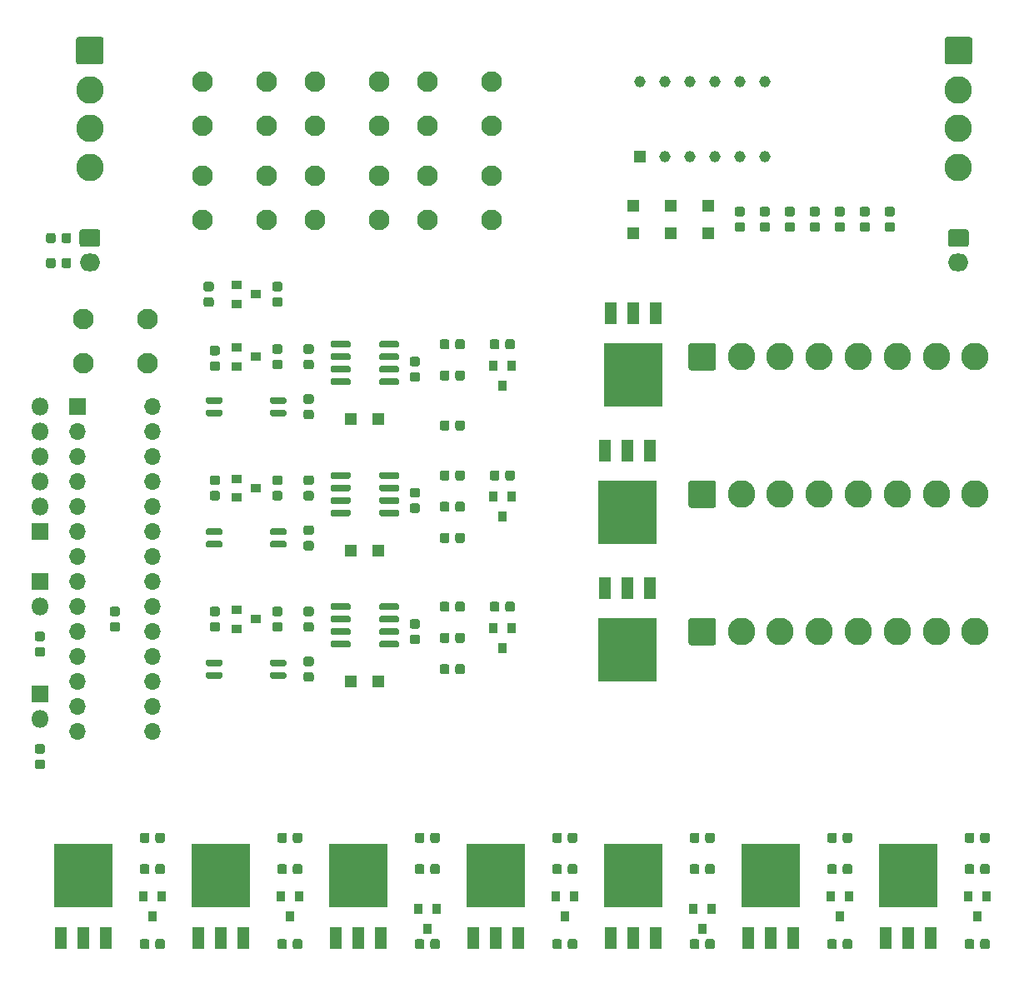
<source format=gbs>
%TF.GenerationSoftware,KiCad,Pcbnew,(5.1.6)-1*%
%TF.CreationDate,2020-09-10T20:04:37+09:00*%
%TF.ProjectId,ScoreBoradPCB,53636f72-6542-46f7-9261-645043422e6b,rev?*%
%TF.SameCoordinates,Original*%
%TF.FileFunction,Soldermask,Bot*%
%TF.FilePolarity,Negative*%
%FSLAX46Y46*%
G04 Gerber Fmt 4.6, Leading zero omitted, Abs format (unit mm)*
G04 Created by KiCad (PCBNEW (5.1.6)-1) date 2020-09-10 20:04:37*
%MOMM*%
%LPD*%
G01*
G04 APERTURE LIST*
%ADD10O,1.800000X1.800000*%
%ADD11R,1.800000X1.800000*%
%ADD12O,1.700000X1.700000*%
%ADD13R,1.700000X1.700000*%
%ADD14C,2.100000*%
%ADD15R,1.000000X0.900000*%
%ADD16R,0.900000X1.000000*%
%ADD17R,5.900000X6.500000*%
%ADD18R,1.300000X2.300000*%
%ADD19O,2.100000X1.800000*%
%ADD20C,2.800000*%
%ADD21C,1.150000*%
%ADD22R,1.150000X1.150000*%
%ADD23R,1.200000X1.200000*%
G04 APERTURE END LIST*
D10*
%TO.C,J8*%
X101600000Y-91440000D03*
X101600000Y-93980000D03*
X101600000Y-96520000D03*
X101600000Y-99060000D03*
X101600000Y-101600000D03*
D11*
X101600000Y-104140000D03*
%TD*%
%TO.C,U7*%
G36*
G01*
X136070000Y-115745000D02*
X136070000Y-115395000D01*
G75*
G02*
X136245000Y-115220000I175000J0D01*
G01*
X137945000Y-115220000D01*
G75*
G02*
X138120000Y-115395000I0J-175000D01*
G01*
X138120000Y-115745000D01*
G75*
G02*
X137945000Y-115920000I-175000J0D01*
G01*
X136245000Y-115920000D01*
G75*
G02*
X136070000Y-115745000I0J175000D01*
G01*
G37*
G36*
G01*
X136070000Y-114475000D02*
X136070000Y-114125000D01*
G75*
G02*
X136245000Y-113950000I175000J0D01*
G01*
X137945000Y-113950000D01*
G75*
G02*
X138120000Y-114125000I0J-175000D01*
G01*
X138120000Y-114475000D01*
G75*
G02*
X137945000Y-114650000I-175000J0D01*
G01*
X136245000Y-114650000D01*
G75*
G02*
X136070000Y-114475000I0J175000D01*
G01*
G37*
G36*
G01*
X136070000Y-113205000D02*
X136070000Y-112855000D01*
G75*
G02*
X136245000Y-112680000I175000J0D01*
G01*
X137945000Y-112680000D01*
G75*
G02*
X138120000Y-112855000I0J-175000D01*
G01*
X138120000Y-113205000D01*
G75*
G02*
X137945000Y-113380000I-175000J0D01*
G01*
X136245000Y-113380000D01*
G75*
G02*
X136070000Y-113205000I0J175000D01*
G01*
G37*
G36*
G01*
X136070000Y-111935000D02*
X136070000Y-111585000D01*
G75*
G02*
X136245000Y-111410000I175000J0D01*
G01*
X137945000Y-111410000D01*
G75*
G02*
X138120000Y-111585000I0J-175000D01*
G01*
X138120000Y-111935000D01*
G75*
G02*
X137945000Y-112110000I-175000J0D01*
G01*
X136245000Y-112110000D01*
G75*
G02*
X136070000Y-111935000I0J175000D01*
G01*
G37*
G36*
G01*
X131120000Y-111935000D02*
X131120000Y-111585000D01*
G75*
G02*
X131295000Y-111410000I175000J0D01*
G01*
X132995000Y-111410000D01*
G75*
G02*
X133170000Y-111585000I0J-175000D01*
G01*
X133170000Y-111935000D01*
G75*
G02*
X132995000Y-112110000I-175000J0D01*
G01*
X131295000Y-112110000D01*
G75*
G02*
X131120000Y-111935000I0J175000D01*
G01*
G37*
G36*
G01*
X131120000Y-113205000D02*
X131120000Y-112855000D01*
G75*
G02*
X131295000Y-112680000I175000J0D01*
G01*
X132995000Y-112680000D01*
G75*
G02*
X133170000Y-112855000I0J-175000D01*
G01*
X133170000Y-113205000D01*
G75*
G02*
X132995000Y-113380000I-175000J0D01*
G01*
X131295000Y-113380000D01*
G75*
G02*
X131120000Y-113205000I0J175000D01*
G01*
G37*
G36*
G01*
X131120000Y-114475000D02*
X131120000Y-114125000D01*
G75*
G02*
X131295000Y-113950000I175000J0D01*
G01*
X132995000Y-113950000D01*
G75*
G02*
X133170000Y-114125000I0J-175000D01*
G01*
X133170000Y-114475000D01*
G75*
G02*
X132995000Y-114650000I-175000J0D01*
G01*
X131295000Y-114650000D01*
G75*
G02*
X131120000Y-114475000I0J175000D01*
G01*
G37*
G36*
G01*
X131120000Y-115745000D02*
X131120000Y-115395000D01*
G75*
G02*
X131295000Y-115220000I175000J0D01*
G01*
X132995000Y-115220000D01*
G75*
G02*
X133170000Y-115395000I0J-175000D01*
G01*
X133170000Y-115745000D01*
G75*
G02*
X132995000Y-115920000I-175000J0D01*
G01*
X131295000Y-115920000D01*
G75*
G02*
X131120000Y-115745000I0J175000D01*
G01*
G37*
%TD*%
%TO.C,U6*%
G36*
G01*
X124955000Y-118907500D02*
X124955000Y-118582500D01*
G75*
G02*
X125117500Y-118420000I162500J0D01*
G01*
X126492500Y-118420000D01*
G75*
G02*
X126655000Y-118582500I0J-162500D01*
G01*
X126655000Y-118907500D01*
G75*
G02*
X126492500Y-119070000I-162500J0D01*
G01*
X125117500Y-119070000D01*
G75*
G02*
X124955000Y-118907500I0J162500D01*
G01*
G37*
G36*
G01*
X124955000Y-117637500D02*
X124955000Y-117312500D01*
G75*
G02*
X125117500Y-117150000I162500J0D01*
G01*
X126492500Y-117150000D01*
G75*
G02*
X126655000Y-117312500I0J-162500D01*
G01*
X126655000Y-117637500D01*
G75*
G02*
X126492500Y-117800000I-162500J0D01*
G01*
X125117500Y-117800000D01*
G75*
G02*
X124955000Y-117637500I0J162500D01*
G01*
G37*
G36*
G01*
X118455000Y-117637500D02*
X118455000Y-117312500D01*
G75*
G02*
X118617500Y-117150000I162500J0D01*
G01*
X119992500Y-117150000D01*
G75*
G02*
X120155000Y-117312500I0J-162500D01*
G01*
X120155000Y-117637500D01*
G75*
G02*
X119992500Y-117800000I-162500J0D01*
G01*
X118617500Y-117800000D01*
G75*
G02*
X118455000Y-117637500I0J162500D01*
G01*
G37*
G36*
G01*
X118455000Y-118907500D02*
X118455000Y-118582500D01*
G75*
G02*
X118617500Y-118420000I162500J0D01*
G01*
X119992500Y-118420000D01*
G75*
G02*
X120155000Y-118582500I0J-162500D01*
G01*
X120155000Y-118907500D01*
G75*
G02*
X119992500Y-119070000I-162500J0D01*
G01*
X118617500Y-119070000D01*
G75*
G02*
X118455000Y-118907500I0J162500D01*
G01*
G37*
%TD*%
%TO.C,U5*%
G36*
G01*
X136070000Y-102410000D02*
X136070000Y-102060000D01*
G75*
G02*
X136245000Y-101885000I175000J0D01*
G01*
X137945000Y-101885000D01*
G75*
G02*
X138120000Y-102060000I0J-175000D01*
G01*
X138120000Y-102410000D01*
G75*
G02*
X137945000Y-102585000I-175000J0D01*
G01*
X136245000Y-102585000D01*
G75*
G02*
X136070000Y-102410000I0J175000D01*
G01*
G37*
G36*
G01*
X136070000Y-101140000D02*
X136070000Y-100790000D01*
G75*
G02*
X136245000Y-100615000I175000J0D01*
G01*
X137945000Y-100615000D01*
G75*
G02*
X138120000Y-100790000I0J-175000D01*
G01*
X138120000Y-101140000D01*
G75*
G02*
X137945000Y-101315000I-175000J0D01*
G01*
X136245000Y-101315000D01*
G75*
G02*
X136070000Y-101140000I0J175000D01*
G01*
G37*
G36*
G01*
X136070000Y-99870000D02*
X136070000Y-99520000D01*
G75*
G02*
X136245000Y-99345000I175000J0D01*
G01*
X137945000Y-99345000D01*
G75*
G02*
X138120000Y-99520000I0J-175000D01*
G01*
X138120000Y-99870000D01*
G75*
G02*
X137945000Y-100045000I-175000J0D01*
G01*
X136245000Y-100045000D01*
G75*
G02*
X136070000Y-99870000I0J175000D01*
G01*
G37*
G36*
G01*
X136070000Y-98600000D02*
X136070000Y-98250000D01*
G75*
G02*
X136245000Y-98075000I175000J0D01*
G01*
X137945000Y-98075000D01*
G75*
G02*
X138120000Y-98250000I0J-175000D01*
G01*
X138120000Y-98600000D01*
G75*
G02*
X137945000Y-98775000I-175000J0D01*
G01*
X136245000Y-98775000D01*
G75*
G02*
X136070000Y-98600000I0J175000D01*
G01*
G37*
G36*
G01*
X131120000Y-98600000D02*
X131120000Y-98250000D01*
G75*
G02*
X131295000Y-98075000I175000J0D01*
G01*
X132995000Y-98075000D01*
G75*
G02*
X133170000Y-98250000I0J-175000D01*
G01*
X133170000Y-98600000D01*
G75*
G02*
X132995000Y-98775000I-175000J0D01*
G01*
X131295000Y-98775000D01*
G75*
G02*
X131120000Y-98600000I0J175000D01*
G01*
G37*
G36*
G01*
X131120000Y-99870000D02*
X131120000Y-99520000D01*
G75*
G02*
X131295000Y-99345000I175000J0D01*
G01*
X132995000Y-99345000D01*
G75*
G02*
X133170000Y-99520000I0J-175000D01*
G01*
X133170000Y-99870000D01*
G75*
G02*
X132995000Y-100045000I-175000J0D01*
G01*
X131295000Y-100045000D01*
G75*
G02*
X131120000Y-99870000I0J175000D01*
G01*
G37*
G36*
G01*
X131120000Y-101140000D02*
X131120000Y-100790000D01*
G75*
G02*
X131295000Y-100615000I175000J0D01*
G01*
X132995000Y-100615000D01*
G75*
G02*
X133170000Y-100790000I0J-175000D01*
G01*
X133170000Y-101140000D01*
G75*
G02*
X132995000Y-101315000I-175000J0D01*
G01*
X131295000Y-101315000D01*
G75*
G02*
X131120000Y-101140000I0J175000D01*
G01*
G37*
G36*
G01*
X131120000Y-102410000D02*
X131120000Y-102060000D01*
G75*
G02*
X131295000Y-101885000I175000J0D01*
G01*
X132995000Y-101885000D01*
G75*
G02*
X133170000Y-102060000I0J-175000D01*
G01*
X133170000Y-102410000D01*
G75*
G02*
X132995000Y-102585000I-175000J0D01*
G01*
X131295000Y-102585000D01*
G75*
G02*
X131120000Y-102410000I0J175000D01*
G01*
G37*
%TD*%
%TO.C,U4*%
G36*
G01*
X124955000Y-105572500D02*
X124955000Y-105247500D01*
G75*
G02*
X125117500Y-105085000I162500J0D01*
G01*
X126492500Y-105085000D01*
G75*
G02*
X126655000Y-105247500I0J-162500D01*
G01*
X126655000Y-105572500D01*
G75*
G02*
X126492500Y-105735000I-162500J0D01*
G01*
X125117500Y-105735000D01*
G75*
G02*
X124955000Y-105572500I0J162500D01*
G01*
G37*
G36*
G01*
X124955000Y-104302500D02*
X124955000Y-103977500D01*
G75*
G02*
X125117500Y-103815000I162500J0D01*
G01*
X126492500Y-103815000D01*
G75*
G02*
X126655000Y-103977500I0J-162500D01*
G01*
X126655000Y-104302500D01*
G75*
G02*
X126492500Y-104465000I-162500J0D01*
G01*
X125117500Y-104465000D01*
G75*
G02*
X124955000Y-104302500I0J162500D01*
G01*
G37*
G36*
G01*
X118455000Y-104302500D02*
X118455000Y-103977500D01*
G75*
G02*
X118617500Y-103815000I162500J0D01*
G01*
X119992500Y-103815000D01*
G75*
G02*
X120155000Y-103977500I0J-162500D01*
G01*
X120155000Y-104302500D01*
G75*
G02*
X119992500Y-104465000I-162500J0D01*
G01*
X118617500Y-104465000D01*
G75*
G02*
X118455000Y-104302500I0J162500D01*
G01*
G37*
G36*
G01*
X118455000Y-105572500D02*
X118455000Y-105247500D01*
G75*
G02*
X118617500Y-105085000I162500J0D01*
G01*
X119992500Y-105085000D01*
G75*
G02*
X120155000Y-105247500I0J-162500D01*
G01*
X120155000Y-105572500D01*
G75*
G02*
X119992500Y-105735000I-162500J0D01*
G01*
X118617500Y-105735000D01*
G75*
G02*
X118455000Y-105572500I0J162500D01*
G01*
G37*
%TD*%
%TO.C,U3*%
G36*
G01*
X136070000Y-89075000D02*
X136070000Y-88725000D01*
G75*
G02*
X136245000Y-88550000I175000J0D01*
G01*
X137945000Y-88550000D01*
G75*
G02*
X138120000Y-88725000I0J-175000D01*
G01*
X138120000Y-89075000D01*
G75*
G02*
X137945000Y-89250000I-175000J0D01*
G01*
X136245000Y-89250000D01*
G75*
G02*
X136070000Y-89075000I0J175000D01*
G01*
G37*
G36*
G01*
X136070000Y-87805000D02*
X136070000Y-87455000D01*
G75*
G02*
X136245000Y-87280000I175000J0D01*
G01*
X137945000Y-87280000D01*
G75*
G02*
X138120000Y-87455000I0J-175000D01*
G01*
X138120000Y-87805000D01*
G75*
G02*
X137945000Y-87980000I-175000J0D01*
G01*
X136245000Y-87980000D01*
G75*
G02*
X136070000Y-87805000I0J175000D01*
G01*
G37*
G36*
G01*
X136070000Y-86535000D02*
X136070000Y-86185000D01*
G75*
G02*
X136245000Y-86010000I175000J0D01*
G01*
X137945000Y-86010000D01*
G75*
G02*
X138120000Y-86185000I0J-175000D01*
G01*
X138120000Y-86535000D01*
G75*
G02*
X137945000Y-86710000I-175000J0D01*
G01*
X136245000Y-86710000D01*
G75*
G02*
X136070000Y-86535000I0J175000D01*
G01*
G37*
G36*
G01*
X136070000Y-85265000D02*
X136070000Y-84915000D01*
G75*
G02*
X136245000Y-84740000I175000J0D01*
G01*
X137945000Y-84740000D01*
G75*
G02*
X138120000Y-84915000I0J-175000D01*
G01*
X138120000Y-85265000D01*
G75*
G02*
X137945000Y-85440000I-175000J0D01*
G01*
X136245000Y-85440000D01*
G75*
G02*
X136070000Y-85265000I0J175000D01*
G01*
G37*
G36*
G01*
X131120000Y-85265000D02*
X131120000Y-84915000D01*
G75*
G02*
X131295000Y-84740000I175000J0D01*
G01*
X132995000Y-84740000D01*
G75*
G02*
X133170000Y-84915000I0J-175000D01*
G01*
X133170000Y-85265000D01*
G75*
G02*
X132995000Y-85440000I-175000J0D01*
G01*
X131295000Y-85440000D01*
G75*
G02*
X131120000Y-85265000I0J175000D01*
G01*
G37*
G36*
G01*
X131120000Y-86535000D02*
X131120000Y-86185000D01*
G75*
G02*
X131295000Y-86010000I175000J0D01*
G01*
X132995000Y-86010000D01*
G75*
G02*
X133170000Y-86185000I0J-175000D01*
G01*
X133170000Y-86535000D01*
G75*
G02*
X132995000Y-86710000I-175000J0D01*
G01*
X131295000Y-86710000D01*
G75*
G02*
X131120000Y-86535000I0J175000D01*
G01*
G37*
G36*
G01*
X131120000Y-87805000D02*
X131120000Y-87455000D01*
G75*
G02*
X131295000Y-87280000I175000J0D01*
G01*
X132995000Y-87280000D01*
G75*
G02*
X133170000Y-87455000I0J-175000D01*
G01*
X133170000Y-87805000D01*
G75*
G02*
X132995000Y-87980000I-175000J0D01*
G01*
X131295000Y-87980000D01*
G75*
G02*
X131120000Y-87805000I0J175000D01*
G01*
G37*
G36*
G01*
X131120000Y-89075000D02*
X131120000Y-88725000D01*
G75*
G02*
X131295000Y-88550000I175000J0D01*
G01*
X132995000Y-88550000D01*
G75*
G02*
X133170000Y-88725000I0J-175000D01*
G01*
X133170000Y-89075000D01*
G75*
G02*
X132995000Y-89250000I-175000J0D01*
G01*
X131295000Y-89250000D01*
G75*
G02*
X131120000Y-89075000I0J175000D01*
G01*
G37*
%TD*%
%TO.C,U2*%
G36*
G01*
X124955000Y-92237500D02*
X124955000Y-91912500D01*
G75*
G02*
X125117500Y-91750000I162500J0D01*
G01*
X126492500Y-91750000D01*
G75*
G02*
X126655000Y-91912500I0J-162500D01*
G01*
X126655000Y-92237500D01*
G75*
G02*
X126492500Y-92400000I-162500J0D01*
G01*
X125117500Y-92400000D01*
G75*
G02*
X124955000Y-92237500I0J162500D01*
G01*
G37*
G36*
G01*
X124955000Y-90967500D02*
X124955000Y-90642500D01*
G75*
G02*
X125117500Y-90480000I162500J0D01*
G01*
X126492500Y-90480000D01*
G75*
G02*
X126655000Y-90642500I0J-162500D01*
G01*
X126655000Y-90967500D01*
G75*
G02*
X126492500Y-91130000I-162500J0D01*
G01*
X125117500Y-91130000D01*
G75*
G02*
X124955000Y-90967500I0J162500D01*
G01*
G37*
G36*
G01*
X118455000Y-90967500D02*
X118455000Y-90642500D01*
G75*
G02*
X118617500Y-90480000I162500J0D01*
G01*
X119992500Y-90480000D01*
G75*
G02*
X120155000Y-90642500I0J-162500D01*
G01*
X120155000Y-90967500D01*
G75*
G02*
X119992500Y-91130000I-162500J0D01*
G01*
X118617500Y-91130000D01*
G75*
G02*
X118455000Y-90967500I0J162500D01*
G01*
G37*
G36*
G01*
X118455000Y-92237500D02*
X118455000Y-91912500D01*
G75*
G02*
X118617500Y-91750000I162500J0D01*
G01*
X119992500Y-91750000D01*
G75*
G02*
X120155000Y-91912500I0J-162500D01*
G01*
X120155000Y-92237500D01*
G75*
G02*
X119992500Y-92400000I-162500J0D01*
G01*
X118617500Y-92400000D01*
G75*
G02*
X118455000Y-92237500I0J162500D01*
G01*
G37*
%TD*%
D12*
%TO.C,U1*%
X113030000Y-91440000D03*
X105410000Y-124460000D03*
X113030000Y-93980000D03*
X105410000Y-121920000D03*
X113030000Y-96520000D03*
X105410000Y-119380000D03*
X113030000Y-99060000D03*
X105410000Y-116840000D03*
X113030000Y-101600000D03*
X105410000Y-114300000D03*
X113030000Y-104140000D03*
X105410000Y-111760000D03*
X113030000Y-106680000D03*
X105410000Y-109220000D03*
X113030000Y-109220000D03*
X105410000Y-106680000D03*
X113030000Y-111760000D03*
X105410000Y-104140000D03*
X113030000Y-114300000D03*
X105410000Y-101600000D03*
X113030000Y-116840000D03*
X105410000Y-99060000D03*
X113030000Y-119380000D03*
X105410000Y-96520000D03*
X113030000Y-121920000D03*
X105410000Y-93980000D03*
X113030000Y-124460000D03*
D13*
X105410000Y-91440000D03*
%TD*%
D14*
%TO.C,SW7*%
X112545000Y-82550000D03*
X112545000Y-87050000D03*
X106045000Y-82550000D03*
X106045000Y-87050000D03*
%TD*%
%TO.C,SW6*%
X147470000Y-58420000D03*
X147470000Y-62920000D03*
X140970000Y-58420000D03*
X140970000Y-62920000D03*
%TD*%
%TO.C,SW5*%
X147470000Y-67945000D03*
X147470000Y-72445000D03*
X140970000Y-67945000D03*
X140970000Y-72445000D03*
%TD*%
%TO.C,SW4*%
X136040000Y-58420000D03*
X136040000Y-62920000D03*
X129540000Y-58420000D03*
X129540000Y-62920000D03*
%TD*%
%TO.C,SW3*%
X136040000Y-67945000D03*
X136040000Y-72445000D03*
X129540000Y-67945000D03*
X129540000Y-72445000D03*
%TD*%
%TO.C,SW2*%
X124610000Y-58420000D03*
X124610000Y-62920000D03*
X118110000Y-58420000D03*
X118110000Y-62920000D03*
%TD*%
%TO.C,SW1*%
X124610000Y-67945000D03*
X124610000Y-72445000D03*
X118110000Y-67945000D03*
X118110000Y-72445000D03*
%TD*%
%TO.C,R61*%
G36*
G01*
X103805000Y-77116250D02*
X103805000Y-76553750D01*
G75*
G02*
X104048750Y-76310000I243750J0D01*
G01*
X104536250Y-76310000D01*
G75*
G02*
X104780000Y-76553750I0J-243750D01*
G01*
X104780000Y-77116250D01*
G75*
G02*
X104536250Y-77360000I-243750J0D01*
G01*
X104048750Y-77360000D01*
G75*
G02*
X103805000Y-77116250I0J243750D01*
G01*
G37*
G36*
G01*
X102230000Y-77116250D02*
X102230000Y-76553750D01*
G75*
G02*
X102473750Y-76310000I243750J0D01*
G01*
X102961250Y-76310000D01*
G75*
G02*
X103205000Y-76553750I0J-243750D01*
G01*
X103205000Y-77116250D01*
G75*
G02*
X102961250Y-77360000I-243750J0D01*
G01*
X102473750Y-77360000D01*
G75*
G02*
X102230000Y-77116250I0J243750D01*
G01*
G37*
%TD*%
%TO.C,R60*%
G36*
G01*
X103805000Y-74576250D02*
X103805000Y-74013750D01*
G75*
G02*
X104048750Y-73770000I243750J0D01*
G01*
X104536250Y-73770000D01*
G75*
G02*
X104780000Y-74013750I0J-243750D01*
G01*
X104780000Y-74576250D01*
G75*
G02*
X104536250Y-74820000I-243750J0D01*
G01*
X104048750Y-74820000D01*
G75*
G02*
X103805000Y-74576250I0J243750D01*
G01*
G37*
G36*
G01*
X102230000Y-74576250D02*
X102230000Y-74013750D01*
G75*
G02*
X102473750Y-73770000I243750J0D01*
G01*
X102961250Y-73770000D01*
G75*
G02*
X103205000Y-74013750I0J-243750D01*
G01*
X103205000Y-74576250D01*
G75*
G02*
X102961250Y-74820000I-243750J0D01*
G01*
X102473750Y-74820000D01*
G75*
G02*
X102230000Y-74576250I0J243750D01*
G01*
G37*
%TD*%
%TO.C,R59*%
G36*
G01*
X101318750Y-127300000D02*
X101881250Y-127300000D01*
G75*
G02*
X102125000Y-127543750I0J-243750D01*
G01*
X102125000Y-128031250D01*
G75*
G02*
X101881250Y-128275000I-243750J0D01*
G01*
X101318750Y-128275000D01*
G75*
G02*
X101075000Y-128031250I0J243750D01*
G01*
X101075000Y-127543750D01*
G75*
G02*
X101318750Y-127300000I243750J0D01*
G01*
G37*
G36*
G01*
X101318750Y-125725000D02*
X101881250Y-125725000D01*
G75*
G02*
X102125000Y-125968750I0J-243750D01*
G01*
X102125000Y-126456250D01*
G75*
G02*
X101881250Y-126700000I-243750J0D01*
G01*
X101318750Y-126700000D01*
G75*
G02*
X101075000Y-126456250I0J243750D01*
G01*
X101075000Y-125968750D01*
G75*
G02*
X101318750Y-125725000I243750J0D01*
G01*
G37*
%TD*%
%TO.C,R58*%
G36*
G01*
X101318750Y-115870000D02*
X101881250Y-115870000D01*
G75*
G02*
X102125000Y-116113750I0J-243750D01*
G01*
X102125000Y-116601250D01*
G75*
G02*
X101881250Y-116845000I-243750J0D01*
G01*
X101318750Y-116845000D01*
G75*
G02*
X101075000Y-116601250I0J243750D01*
G01*
X101075000Y-116113750D01*
G75*
G02*
X101318750Y-115870000I243750J0D01*
G01*
G37*
G36*
G01*
X101318750Y-114295000D02*
X101881250Y-114295000D01*
G75*
G02*
X102125000Y-114538750I0J-243750D01*
G01*
X102125000Y-115026250D01*
G75*
G02*
X101881250Y-115270000I-243750J0D01*
G01*
X101318750Y-115270000D01*
G75*
G02*
X101075000Y-115026250I0J243750D01*
G01*
X101075000Y-114538750D01*
G75*
G02*
X101318750Y-114295000I243750J0D01*
G01*
G37*
%TD*%
%TO.C,R57*%
G36*
G01*
X172438750Y-72690000D02*
X173001250Y-72690000D01*
G75*
G02*
X173245000Y-72933750I0J-243750D01*
G01*
X173245000Y-73421250D01*
G75*
G02*
X173001250Y-73665000I-243750J0D01*
G01*
X172438750Y-73665000D01*
G75*
G02*
X172195000Y-73421250I0J243750D01*
G01*
X172195000Y-72933750D01*
G75*
G02*
X172438750Y-72690000I243750J0D01*
G01*
G37*
G36*
G01*
X172438750Y-71115000D02*
X173001250Y-71115000D01*
G75*
G02*
X173245000Y-71358750I0J-243750D01*
G01*
X173245000Y-71846250D01*
G75*
G02*
X173001250Y-72090000I-243750J0D01*
G01*
X172438750Y-72090000D01*
G75*
G02*
X172195000Y-71846250I0J243750D01*
G01*
X172195000Y-71358750D01*
G75*
G02*
X172438750Y-71115000I243750J0D01*
G01*
G37*
%TD*%
%TO.C,R56*%
G36*
G01*
X185138750Y-72690000D02*
X185701250Y-72690000D01*
G75*
G02*
X185945000Y-72933750I0J-243750D01*
G01*
X185945000Y-73421250D01*
G75*
G02*
X185701250Y-73665000I-243750J0D01*
G01*
X185138750Y-73665000D01*
G75*
G02*
X184895000Y-73421250I0J243750D01*
G01*
X184895000Y-72933750D01*
G75*
G02*
X185138750Y-72690000I243750J0D01*
G01*
G37*
G36*
G01*
X185138750Y-71115000D02*
X185701250Y-71115000D01*
G75*
G02*
X185945000Y-71358750I0J-243750D01*
G01*
X185945000Y-71846250D01*
G75*
G02*
X185701250Y-72090000I-243750J0D01*
G01*
X185138750Y-72090000D01*
G75*
G02*
X184895000Y-71846250I0J243750D01*
G01*
X184895000Y-71358750D01*
G75*
G02*
X185138750Y-71115000I243750J0D01*
G01*
G37*
%TD*%
%TO.C,R55*%
G36*
G01*
X174978750Y-72690000D02*
X175541250Y-72690000D01*
G75*
G02*
X175785000Y-72933750I0J-243750D01*
G01*
X175785000Y-73421250D01*
G75*
G02*
X175541250Y-73665000I-243750J0D01*
G01*
X174978750Y-73665000D01*
G75*
G02*
X174735000Y-73421250I0J243750D01*
G01*
X174735000Y-72933750D01*
G75*
G02*
X174978750Y-72690000I243750J0D01*
G01*
G37*
G36*
G01*
X174978750Y-71115000D02*
X175541250Y-71115000D01*
G75*
G02*
X175785000Y-71358750I0J-243750D01*
G01*
X175785000Y-71846250D01*
G75*
G02*
X175541250Y-72090000I-243750J0D01*
G01*
X174978750Y-72090000D01*
G75*
G02*
X174735000Y-71846250I0J243750D01*
G01*
X174735000Y-71358750D01*
G75*
G02*
X174978750Y-71115000I243750J0D01*
G01*
G37*
%TD*%
%TO.C,R54*%
G36*
G01*
X187678750Y-72690000D02*
X188241250Y-72690000D01*
G75*
G02*
X188485000Y-72933750I0J-243750D01*
G01*
X188485000Y-73421250D01*
G75*
G02*
X188241250Y-73665000I-243750J0D01*
G01*
X187678750Y-73665000D01*
G75*
G02*
X187435000Y-73421250I0J243750D01*
G01*
X187435000Y-72933750D01*
G75*
G02*
X187678750Y-72690000I243750J0D01*
G01*
G37*
G36*
G01*
X187678750Y-71115000D02*
X188241250Y-71115000D01*
G75*
G02*
X188485000Y-71358750I0J-243750D01*
G01*
X188485000Y-71846250D01*
G75*
G02*
X188241250Y-72090000I-243750J0D01*
G01*
X187678750Y-72090000D01*
G75*
G02*
X187435000Y-71846250I0J243750D01*
G01*
X187435000Y-71358750D01*
G75*
G02*
X187678750Y-71115000I243750J0D01*
G01*
G37*
%TD*%
%TO.C,R53*%
G36*
G01*
X177518750Y-72690000D02*
X178081250Y-72690000D01*
G75*
G02*
X178325000Y-72933750I0J-243750D01*
G01*
X178325000Y-73421250D01*
G75*
G02*
X178081250Y-73665000I-243750J0D01*
G01*
X177518750Y-73665000D01*
G75*
G02*
X177275000Y-73421250I0J243750D01*
G01*
X177275000Y-72933750D01*
G75*
G02*
X177518750Y-72690000I243750J0D01*
G01*
G37*
G36*
G01*
X177518750Y-71115000D02*
X178081250Y-71115000D01*
G75*
G02*
X178325000Y-71358750I0J-243750D01*
G01*
X178325000Y-71846250D01*
G75*
G02*
X178081250Y-72090000I-243750J0D01*
G01*
X177518750Y-72090000D01*
G75*
G02*
X177275000Y-71846250I0J243750D01*
G01*
X177275000Y-71358750D01*
G75*
G02*
X177518750Y-71115000I243750J0D01*
G01*
G37*
%TD*%
%TO.C,R52*%
G36*
G01*
X180058750Y-72690000D02*
X180621250Y-72690000D01*
G75*
G02*
X180865000Y-72933750I0J-243750D01*
G01*
X180865000Y-73421250D01*
G75*
G02*
X180621250Y-73665000I-243750J0D01*
G01*
X180058750Y-73665000D01*
G75*
G02*
X179815000Y-73421250I0J243750D01*
G01*
X179815000Y-72933750D01*
G75*
G02*
X180058750Y-72690000I243750J0D01*
G01*
G37*
G36*
G01*
X180058750Y-71115000D02*
X180621250Y-71115000D01*
G75*
G02*
X180865000Y-71358750I0J-243750D01*
G01*
X180865000Y-71846250D01*
G75*
G02*
X180621250Y-72090000I-243750J0D01*
G01*
X180058750Y-72090000D01*
G75*
G02*
X179815000Y-71846250I0J243750D01*
G01*
X179815000Y-71358750D01*
G75*
G02*
X180058750Y-71115000I243750J0D01*
G01*
G37*
%TD*%
%TO.C,R51*%
G36*
G01*
X182598750Y-72690000D02*
X183161250Y-72690000D01*
G75*
G02*
X183405000Y-72933750I0J-243750D01*
G01*
X183405000Y-73421250D01*
G75*
G02*
X183161250Y-73665000I-243750J0D01*
G01*
X182598750Y-73665000D01*
G75*
G02*
X182355000Y-73421250I0J243750D01*
G01*
X182355000Y-72933750D01*
G75*
G02*
X182598750Y-72690000I243750J0D01*
G01*
G37*
G36*
G01*
X182598750Y-71115000D02*
X183161250Y-71115000D01*
G75*
G02*
X183405000Y-71358750I0J-243750D01*
G01*
X183405000Y-71846250D01*
G75*
G02*
X183161250Y-72090000I-243750J0D01*
G01*
X182598750Y-72090000D01*
G75*
G02*
X182355000Y-71846250I0J243750D01*
G01*
X182355000Y-71358750D01*
G75*
G02*
X182598750Y-71115000I243750J0D01*
G01*
G37*
%TD*%
%TO.C,R63*%
G36*
G01*
X126011250Y-79710000D02*
X125448750Y-79710000D01*
G75*
G02*
X125205000Y-79466250I0J243750D01*
G01*
X125205000Y-78978750D01*
G75*
G02*
X125448750Y-78735000I243750J0D01*
G01*
X126011250Y-78735000D01*
G75*
G02*
X126255000Y-78978750I0J-243750D01*
G01*
X126255000Y-79466250D01*
G75*
G02*
X126011250Y-79710000I-243750J0D01*
G01*
G37*
G36*
G01*
X126011250Y-81285000D02*
X125448750Y-81285000D01*
G75*
G02*
X125205000Y-81041250I0J243750D01*
G01*
X125205000Y-80553750D01*
G75*
G02*
X125448750Y-80310000I243750J0D01*
G01*
X126011250Y-80310000D01*
G75*
G02*
X126255000Y-80553750I0J-243750D01*
G01*
X126255000Y-81041250D01*
G75*
G02*
X126011250Y-81285000I-243750J0D01*
G01*
G37*
%TD*%
%TO.C,R62*%
G36*
G01*
X119026250Y-79710000D02*
X118463750Y-79710000D01*
G75*
G02*
X118220000Y-79466250I0J243750D01*
G01*
X118220000Y-78978750D01*
G75*
G02*
X118463750Y-78735000I243750J0D01*
G01*
X119026250Y-78735000D01*
G75*
G02*
X119270000Y-78978750I0J-243750D01*
G01*
X119270000Y-79466250D01*
G75*
G02*
X119026250Y-79710000I-243750J0D01*
G01*
G37*
G36*
G01*
X119026250Y-81285000D02*
X118463750Y-81285000D01*
G75*
G02*
X118220000Y-81041250I0J243750D01*
G01*
X118220000Y-80553750D01*
G75*
G02*
X118463750Y-80310000I243750J0D01*
G01*
X119026250Y-80310000D01*
G75*
G02*
X119270000Y-80553750I0J-243750D01*
G01*
X119270000Y-81041250D01*
G75*
G02*
X119026250Y-81285000I-243750J0D01*
G01*
G37*
%TD*%
%TO.C,R42*%
G36*
G01*
X148290000Y-111478750D02*
X148290000Y-112041250D01*
G75*
G02*
X148046250Y-112285000I-243750J0D01*
G01*
X147558750Y-112285000D01*
G75*
G02*
X147315000Y-112041250I0J243750D01*
G01*
X147315000Y-111478750D01*
G75*
G02*
X147558750Y-111235000I243750J0D01*
G01*
X148046250Y-111235000D01*
G75*
G02*
X148290000Y-111478750I0J-243750D01*
G01*
G37*
G36*
G01*
X149865000Y-111478750D02*
X149865000Y-112041250D01*
G75*
G02*
X149621250Y-112285000I-243750J0D01*
G01*
X149133750Y-112285000D01*
G75*
G02*
X148890000Y-112041250I0J243750D01*
G01*
X148890000Y-111478750D01*
G75*
G02*
X149133750Y-111235000I243750J0D01*
G01*
X149621250Y-111235000D01*
G75*
G02*
X149865000Y-111478750I0J-243750D01*
G01*
G37*
%TD*%
%TO.C,R41*%
G36*
G01*
X143210000Y-114653750D02*
X143210000Y-115216250D01*
G75*
G02*
X142966250Y-115460000I-243750J0D01*
G01*
X142478750Y-115460000D01*
G75*
G02*
X142235000Y-115216250I0J243750D01*
G01*
X142235000Y-114653750D01*
G75*
G02*
X142478750Y-114410000I243750J0D01*
G01*
X142966250Y-114410000D01*
G75*
G02*
X143210000Y-114653750I0J-243750D01*
G01*
G37*
G36*
G01*
X144785000Y-114653750D02*
X144785000Y-115216250D01*
G75*
G02*
X144541250Y-115460000I-243750J0D01*
G01*
X144053750Y-115460000D01*
G75*
G02*
X143810000Y-115216250I0J243750D01*
G01*
X143810000Y-114653750D01*
G75*
G02*
X144053750Y-114410000I243750J0D01*
G01*
X144541250Y-114410000D01*
G75*
G02*
X144785000Y-114653750I0J-243750D01*
G01*
G37*
%TD*%
%TO.C,R40*%
G36*
G01*
X143210000Y-111478750D02*
X143210000Y-112041250D01*
G75*
G02*
X142966250Y-112285000I-243750J0D01*
G01*
X142478750Y-112285000D01*
G75*
G02*
X142235000Y-112041250I0J243750D01*
G01*
X142235000Y-111478750D01*
G75*
G02*
X142478750Y-111235000I243750J0D01*
G01*
X142966250Y-111235000D01*
G75*
G02*
X143210000Y-111478750I0J-243750D01*
G01*
G37*
G36*
G01*
X144785000Y-111478750D02*
X144785000Y-112041250D01*
G75*
G02*
X144541250Y-112285000I-243750J0D01*
G01*
X144053750Y-112285000D01*
G75*
G02*
X143810000Y-112041250I0J243750D01*
G01*
X143810000Y-111478750D01*
G75*
G02*
X144053750Y-111235000I243750J0D01*
G01*
X144541250Y-111235000D01*
G75*
G02*
X144785000Y-111478750I0J-243750D01*
G01*
G37*
%TD*%
%TO.C,R39*%
G36*
G01*
X143210000Y-117828750D02*
X143210000Y-118391250D01*
G75*
G02*
X142966250Y-118635000I-243750J0D01*
G01*
X142478750Y-118635000D01*
G75*
G02*
X142235000Y-118391250I0J243750D01*
G01*
X142235000Y-117828750D01*
G75*
G02*
X142478750Y-117585000I243750J0D01*
G01*
X142966250Y-117585000D01*
G75*
G02*
X143210000Y-117828750I0J-243750D01*
G01*
G37*
G36*
G01*
X144785000Y-117828750D02*
X144785000Y-118391250D01*
G75*
G02*
X144541250Y-118635000I-243750J0D01*
G01*
X144053750Y-118635000D01*
G75*
G02*
X143810000Y-118391250I0J243750D01*
G01*
X143810000Y-117828750D01*
G75*
G02*
X144053750Y-117585000I243750J0D01*
G01*
X144541250Y-117585000D01*
G75*
G02*
X144785000Y-117828750I0J-243750D01*
G01*
G37*
%TD*%
%TO.C,R38*%
G36*
G01*
X129186250Y-112730000D02*
X128623750Y-112730000D01*
G75*
G02*
X128380000Y-112486250I0J243750D01*
G01*
X128380000Y-111998750D01*
G75*
G02*
X128623750Y-111755000I243750J0D01*
G01*
X129186250Y-111755000D01*
G75*
G02*
X129430000Y-111998750I0J-243750D01*
G01*
X129430000Y-112486250D01*
G75*
G02*
X129186250Y-112730000I-243750J0D01*
G01*
G37*
G36*
G01*
X129186250Y-114305000D02*
X128623750Y-114305000D01*
G75*
G02*
X128380000Y-114061250I0J243750D01*
G01*
X128380000Y-113573750D01*
G75*
G02*
X128623750Y-113330000I243750J0D01*
G01*
X129186250Y-113330000D01*
G75*
G02*
X129430000Y-113573750I0J-243750D01*
G01*
X129430000Y-114061250D01*
G75*
G02*
X129186250Y-114305000I-243750J0D01*
G01*
G37*
%TD*%
%TO.C,R37*%
G36*
G01*
X126011250Y-112730000D02*
X125448750Y-112730000D01*
G75*
G02*
X125205000Y-112486250I0J243750D01*
G01*
X125205000Y-111998750D01*
G75*
G02*
X125448750Y-111755000I243750J0D01*
G01*
X126011250Y-111755000D01*
G75*
G02*
X126255000Y-111998750I0J-243750D01*
G01*
X126255000Y-112486250D01*
G75*
G02*
X126011250Y-112730000I-243750J0D01*
G01*
G37*
G36*
G01*
X126011250Y-114305000D02*
X125448750Y-114305000D01*
G75*
G02*
X125205000Y-114061250I0J243750D01*
G01*
X125205000Y-113573750D01*
G75*
G02*
X125448750Y-113330000I243750J0D01*
G01*
X126011250Y-113330000D01*
G75*
G02*
X126255000Y-113573750I0J-243750D01*
G01*
X126255000Y-114061250D01*
G75*
G02*
X126011250Y-114305000I-243750J0D01*
G01*
G37*
%TD*%
%TO.C,R36*%
G36*
G01*
X119098750Y-113330000D02*
X119661250Y-113330000D01*
G75*
G02*
X119905000Y-113573750I0J-243750D01*
G01*
X119905000Y-114061250D01*
G75*
G02*
X119661250Y-114305000I-243750J0D01*
G01*
X119098750Y-114305000D01*
G75*
G02*
X118855000Y-114061250I0J243750D01*
G01*
X118855000Y-113573750D01*
G75*
G02*
X119098750Y-113330000I243750J0D01*
G01*
G37*
G36*
G01*
X119098750Y-111755000D02*
X119661250Y-111755000D01*
G75*
G02*
X119905000Y-111998750I0J-243750D01*
G01*
X119905000Y-112486250D01*
G75*
G02*
X119661250Y-112730000I-243750J0D01*
G01*
X119098750Y-112730000D01*
G75*
G02*
X118855000Y-112486250I0J243750D01*
G01*
X118855000Y-111998750D01*
G75*
G02*
X119098750Y-111755000I243750J0D01*
G01*
G37*
%TD*%
%TO.C,R35*%
G36*
G01*
X148290000Y-98143750D02*
X148290000Y-98706250D01*
G75*
G02*
X148046250Y-98950000I-243750J0D01*
G01*
X147558750Y-98950000D01*
G75*
G02*
X147315000Y-98706250I0J243750D01*
G01*
X147315000Y-98143750D01*
G75*
G02*
X147558750Y-97900000I243750J0D01*
G01*
X148046250Y-97900000D01*
G75*
G02*
X148290000Y-98143750I0J-243750D01*
G01*
G37*
G36*
G01*
X149865000Y-98143750D02*
X149865000Y-98706250D01*
G75*
G02*
X149621250Y-98950000I-243750J0D01*
G01*
X149133750Y-98950000D01*
G75*
G02*
X148890000Y-98706250I0J243750D01*
G01*
X148890000Y-98143750D01*
G75*
G02*
X149133750Y-97900000I243750J0D01*
G01*
X149621250Y-97900000D01*
G75*
G02*
X149865000Y-98143750I0J-243750D01*
G01*
G37*
%TD*%
%TO.C,R34*%
G36*
G01*
X143210000Y-101318750D02*
X143210000Y-101881250D01*
G75*
G02*
X142966250Y-102125000I-243750J0D01*
G01*
X142478750Y-102125000D01*
G75*
G02*
X142235000Y-101881250I0J243750D01*
G01*
X142235000Y-101318750D01*
G75*
G02*
X142478750Y-101075000I243750J0D01*
G01*
X142966250Y-101075000D01*
G75*
G02*
X143210000Y-101318750I0J-243750D01*
G01*
G37*
G36*
G01*
X144785000Y-101318750D02*
X144785000Y-101881250D01*
G75*
G02*
X144541250Y-102125000I-243750J0D01*
G01*
X144053750Y-102125000D01*
G75*
G02*
X143810000Y-101881250I0J243750D01*
G01*
X143810000Y-101318750D01*
G75*
G02*
X144053750Y-101075000I243750J0D01*
G01*
X144541250Y-101075000D01*
G75*
G02*
X144785000Y-101318750I0J-243750D01*
G01*
G37*
%TD*%
%TO.C,R33*%
G36*
G01*
X143210000Y-98143750D02*
X143210000Y-98706250D01*
G75*
G02*
X142966250Y-98950000I-243750J0D01*
G01*
X142478750Y-98950000D01*
G75*
G02*
X142235000Y-98706250I0J243750D01*
G01*
X142235000Y-98143750D01*
G75*
G02*
X142478750Y-97900000I243750J0D01*
G01*
X142966250Y-97900000D01*
G75*
G02*
X143210000Y-98143750I0J-243750D01*
G01*
G37*
G36*
G01*
X144785000Y-98143750D02*
X144785000Y-98706250D01*
G75*
G02*
X144541250Y-98950000I-243750J0D01*
G01*
X144053750Y-98950000D01*
G75*
G02*
X143810000Y-98706250I0J243750D01*
G01*
X143810000Y-98143750D01*
G75*
G02*
X144053750Y-97900000I243750J0D01*
G01*
X144541250Y-97900000D01*
G75*
G02*
X144785000Y-98143750I0J-243750D01*
G01*
G37*
%TD*%
%TO.C,R32*%
G36*
G01*
X143210000Y-104493750D02*
X143210000Y-105056250D01*
G75*
G02*
X142966250Y-105300000I-243750J0D01*
G01*
X142478750Y-105300000D01*
G75*
G02*
X142235000Y-105056250I0J243750D01*
G01*
X142235000Y-104493750D01*
G75*
G02*
X142478750Y-104250000I243750J0D01*
G01*
X142966250Y-104250000D01*
G75*
G02*
X143210000Y-104493750I0J-243750D01*
G01*
G37*
G36*
G01*
X144785000Y-104493750D02*
X144785000Y-105056250D01*
G75*
G02*
X144541250Y-105300000I-243750J0D01*
G01*
X144053750Y-105300000D01*
G75*
G02*
X143810000Y-105056250I0J243750D01*
G01*
X143810000Y-104493750D01*
G75*
G02*
X144053750Y-104250000I243750J0D01*
G01*
X144541250Y-104250000D01*
G75*
G02*
X144785000Y-104493750I0J-243750D01*
G01*
G37*
%TD*%
%TO.C,R31*%
G36*
G01*
X129186250Y-99395000D02*
X128623750Y-99395000D01*
G75*
G02*
X128380000Y-99151250I0J243750D01*
G01*
X128380000Y-98663750D01*
G75*
G02*
X128623750Y-98420000I243750J0D01*
G01*
X129186250Y-98420000D01*
G75*
G02*
X129430000Y-98663750I0J-243750D01*
G01*
X129430000Y-99151250D01*
G75*
G02*
X129186250Y-99395000I-243750J0D01*
G01*
G37*
G36*
G01*
X129186250Y-100970000D02*
X128623750Y-100970000D01*
G75*
G02*
X128380000Y-100726250I0J243750D01*
G01*
X128380000Y-100238750D01*
G75*
G02*
X128623750Y-99995000I243750J0D01*
G01*
X129186250Y-99995000D01*
G75*
G02*
X129430000Y-100238750I0J-243750D01*
G01*
X129430000Y-100726250D01*
G75*
G02*
X129186250Y-100970000I-243750J0D01*
G01*
G37*
%TD*%
%TO.C,R30*%
G36*
G01*
X126011250Y-99395000D02*
X125448750Y-99395000D01*
G75*
G02*
X125205000Y-99151250I0J243750D01*
G01*
X125205000Y-98663750D01*
G75*
G02*
X125448750Y-98420000I243750J0D01*
G01*
X126011250Y-98420000D01*
G75*
G02*
X126255000Y-98663750I0J-243750D01*
G01*
X126255000Y-99151250D01*
G75*
G02*
X126011250Y-99395000I-243750J0D01*
G01*
G37*
G36*
G01*
X126011250Y-100970000D02*
X125448750Y-100970000D01*
G75*
G02*
X125205000Y-100726250I0J243750D01*
G01*
X125205000Y-100238750D01*
G75*
G02*
X125448750Y-99995000I243750J0D01*
G01*
X126011250Y-99995000D01*
G75*
G02*
X126255000Y-100238750I0J-243750D01*
G01*
X126255000Y-100726250D01*
G75*
G02*
X126011250Y-100970000I-243750J0D01*
G01*
G37*
%TD*%
%TO.C,R29*%
G36*
G01*
X119098750Y-99995000D02*
X119661250Y-99995000D01*
G75*
G02*
X119905000Y-100238750I0J-243750D01*
G01*
X119905000Y-100726250D01*
G75*
G02*
X119661250Y-100970000I-243750J0D01*
G01*
X119098750Y-100970000D01*
G75*
G02*
X118855000Y-100726250I0J243750D01*
G01*
X118855000Y-100238750D01*
G75*
G02*
X119098750Y-99995000I243750J0D01*
G01*
G37*
G36*
G01*
X119098750Y-98420000D02*
X119661250Y-98420000D01*
G75*
G02*
X119905000Y-98663750I0J-243750D01*
G01*
X119905000Y-99151250D01*
G75*
G02*
X119661250Y-99395000I-243750J0D01*
G01*
X119098750Y-99395000D01*
G75*
G02*
X118855000Y-99151250I0J243750D01*
G01*
X118855000Y-98663750D01*
G75*
G02*
X119098750Y-98420000I243750J0D01*
G01*
G37*
%TD*%
%TO.C,R28*%
G36*
G01*
X148290000Y-84808750D02*
X148290000Y-85371250D01*
G75*
G02*
X148046250Y-85615000I-243750J0D01*
G01*
X147558750Y-85615000D01*
G75*
G02*
X147315000Y-85371250I0J243750D01*
G01*
X147315000Y-84808750D01*
G75*
G02*
X147558750Y-84565000I243750J0D01*
G01*
X148046250Y-84565000D01*
G75*
G02*
X148290000Y-84808750I0J-243750D01*
G01*
G37*
G36*
G01*
X149865000Y-84808750D02*
X149865000Y-85371250D01*
G75*
G02*
X149621250Y-85615000I-243750J0D01*
G01*
X149133750Y-85615000D01*
G75*
G02*
X148890000Y-85371250I0J243750D01*
G01*
X148890000Y-84808750D01*
G75*
G02*
X149133750Y-84565000I243750J0D01*
G01*
X149621250Y-84565000D01*
G75*
G02*
X149865000Y-84808750I0J-243750D01*
G01*
G37*
%TD*%
%TO.C,R27*%
G36*
G01*
X143210000Y-87983750D02*
X143210000Y-88546250D01*
G75*
G02*
X142966250Y-88790000I-243750J0D01*
G01*
X142478750Y-88790000D01*
G75*
G02*
X142235000Y-88546250I0J243750D01*
G01*
X142235000Y-87983750D01*
G75*
G02*
X142478750Y-87740000I243750J0D01*
G01*
X142966250Y-87740000D01*
G75*
G02*
X143210000Y-87983750I0J-243750D01*
G01*
G37*
G36*
G01*
X144785000Y-87983750D02*
X144785000Y-88546250D01*
G75*
G02*
X144541250Y-88790000I-243750J0D01*
G01*
X144053750Y-88790000D01*
G75*
G02*
X143810000Y-88546250I0J243750D01*
G01*
X143810000Y-87983750D01*
G75*
G02*
X144053750Y-87740000I243750J0D01*
G01*
X144541250Y-87740000D01*
G75*
G02*
X144785000Y-87983750I0J-243750D01*
G01*
G37*
%TD*%
%TO.C,R26*%
G36*
G01*
X143210000Y-84808750D02*
X143210000Y-85371250D01*
G75*
G02*
X142966250Y-85615000I-243750J0D01*
G01*
X142478750Y-85615000D01*
G75*
G02*
X142235000Y-85371250I0J243750D01*
G01*
X142235000Y-84808750D01*
G75*
G02*
X142478750Y-84565000I243750J0D01*
G01*
X142966250Y-84565000D01*
G75*
G02*
X143210000Y-84808750I0J-243750D01*
G01*
G37*
G36*
G01*
X144785000Y-84808750D02*
X144785000Y-85371250D01*
G75*
G02*
X144541250Y-85615000I-243750J0D01*
G01*
X144053750Y-85615000D01*
G75*
G02*
X143810000Y-85371250I0J243750D01*
G01*
X143810000Y-84808750D01*
G75*
G02*
X144053750Y-84565000I243750J0D01*
G01*
X144541250Y-84565000D01*
G75*
G02*
X144785000Y-84808750I0J-243750D01*
G01*
G37*
%TD*%
%TO.C,R25*%
G36*
G01*
X143210000Y-93063750D02*
X143210000Y-93626250D01*
G75*
G02*
X142966250Y-93870000I-243750J0D01*
G01*
X142478750Y-93870000D01*
G75*
G02*
X142235000Y-93626250I0J243750D01*
G01*
X142235000Y-93063750D01*
G75*
G02*
X142478750Y-92820000I243750J0D01*
G01*
X142966250Y-92820000D01*
G75*
G02*
X143210000Y-93063750I0J-243750D01*
G01*
G37*
G36*
G01*
X144785000Y-93063750D02*
X144785000Y-93626250D01*
G75*
G02*
X144541250Y-93870000I-243750J0D01*
G01*
X144053750Y-93870000D01*
G75*
G02*
X143810000Y-93626250I0J243750D01*
G01*
X143810000Y-93063750D01*
G75*
G02*
X144053750Y-92820000I243750J0D01*
G01*
X144541250Y-92820000D01*
G75*
G02*
X144785000Y-93063750I0J-243750D01*
G01*
G37*
%TD*%
%TO.C,R24*%
G36*
G01*
X129186250Y-86060000D02*
X128623750Y-86060000D01*
G75*
G02*
X128380000Y-85816250I0J243750D01*
G01*
X128380000Y-85328750D01*
G75*
G02*
X128623750Y-85085000I243750J0D01*
G01*
X129186250Y-85085000D01*
G75*
G02*
X129430000Y-85328750I0J-243750D01*
G01*
X129430000Y-85816250D01*
G75*
G02*
X129186250Y-86060000I-243750J0D01*
G01*
G37*
G36*
G01*
X129186250Y-87635000D02*
X128623750Y-87635000D01*
G75*
G02*
X128380000Y-87391250I0J243750D01*
G01*
X128380000Y-86903750D01*
G75*
G02*
X128623750Y-86660000I243750J0D01*
G01*
X129186250Y-86660000D01*
G75*
G02*
X129430000Y-86903750I0J-243750D01*
G01*
X129430000Y-87391250D01*
G75*
G02*
X129186250Y-87635000I-243750J0D01*
G01*
G37*
%TD*%
%TO.C,R23*%
G36*
G01*
X126011250Y-86060000D02*
X125448750Y-86060000D01*
G75*
G02*
X125205000Y-85816250I0J243750D01*
G01*
X125205000Y-85328750D01*
G75*
G02*
X125448750Y-85085000I243750J0D01*
G01*
X126011250Y-85085000D01*
G75*
G02*
X126255000Y-85328750I0J-243750D01*
G01*
X126255000Y-85816250D01*
G75*
G02*
X126011250Y-86060000I-243750J0D01*
G01*
G37*
G36*
G01*
X126011250Y-87635000D02*
X125448750Y-87635000D01*
G75*
G02*
X125205000Y-87391250I0J243750D01*
G01*
X125205000Y-86903750D01*
G75*
G02*
X125448750Y-86660000I243750J0D01*
G01*
X126011250Y-86660000D01*
G75*
G02*
X126255000Y-86903750I0J-243750D01*
G01*
X126255000Y-87391250D01*
G75*
G02*
X126011250Y-87635000I-243750J0D01*
G01*
G37*
%TD*%
%TO.C,R22*%
G36*
G01*
X119098750Y-86812500D02*
X119661250Y-86812500D01*
G75*
G02*
X119905000Y-87056250I0J-243750D01*
G01*
X119905000Y-87543750D01*
G75*
G02*
X119661250Y-87787500I-243750J0D01*
G01*
X119098750Y-87787500D01*
G75*
G02*
X118855000Y-87543750I0J243750D01*
G01*
X118855000Y-87056250D01*
G75*
G02*
X119098750Y-86812500I243750J0D01*
G01*
G37*
G36*
G01*
X119098750Y-85237500D02*
X119661250Y-85237500D01*
G75*
G02*
X119905000Y-85481250I0J-243750D01*
G01*
X119905000Y-85968750D01*
G75*
G02*
X119661250Y-86212500I-243750J0D01*
G01*
X119098750Y-86212500D01*
G75*
G02*
X118855000Y-85968750I0J243750D01*
G01*
X118855000Y-85481250D01*
G75*
G02*
X119098750Y-85237500I243750J0D01*
G01*
G37*
%TD*%
%TO.C,R21*%
G36*
G01*
X196550000Y-145768750D02*
X196550000Y-146331250D01*
G75*
G02*
X196306250Y-146575000I-243750J0D01*
G01*
X195818750Y-146575000D01*
G75*
G02*
X195575000Y-146331250I0J243750D01*
G01*
X195575000Y-145768750D01*
G75*
G02*
X195818750Y-145525000I243750J0D01*
G01*
X196306250Y-145525000D01*
G75*
G02*
X196550000Y-145768750I0J-243750D01*
G01*
G37*
G36*
G01*
X198125000Y-145768750D02*
X198125000Y-146331250D01*
G75*
G02*
X197881250Y-146575000I-243750J0D01*
G01*
X197393750Y-146575000D01*
G75*
G02*
X197150000Y-146331250I0J243750D01*
G01*
X197150000Y-145768750D01*
G75*
G02*
X197393750Y-145525000I243750J0D01*
G01*
X197881250Y-145525000D01*
G75*
G02*
X198125000Y-145768750I0J-243750D01*
G01*
G37*
%TD*%
%TO.C,R20*%
G36*
G01*
X196550000Y-138148750D02*
X196550000Y-138711250D01*
G75*
G02*
X196306250Y-138955000I-243750J0D01*
G01*
X195818750Y-138955000D01*
G75*
G02*
X195575000Y-138711250I0J243750D01*
G01*
X195575000Y-138148750D01*
G75*
G02*
X195818750Y-137905000I243750J0D01*
G01*
X196306250Y-137905000D01*
G75*
G02*
X196550000Y-138148750I0J-243750D01*
G01*
G37*
G36*
G01*
X198125000Y-138148750D02*
X198125000Y-138711250D01*
G75*
G02*
X197881250Y-138955000I-243750J0D01*
G01*
X197393750Y-138955000D01*
G75*
G02*
X197150000Y-138711250I0J243750D01*
G01*
X197150000Y-138148750D01*
G75*
G02*
X197393750Y-137905000I243750J0D01*
G01*
X197881250Y-137905000D01*
G75*
G02*
X198125000Y-138148750I0J-243750D01*
G01*
G37*
%TD*%
%TO.C,R19*%
G36*
G01*
X196550000Y-134973750D02*
X196550000Y-135536250D01*
G75*
G02*
X196306250Y-135780000I-243750J0D01*
G01*
X195818750Y-135780000D01*
G75*
G02*
X195575000Y-135536250I0J243750D01*
G01*
X195575000Y-134973750D01*
G75*
G02*
X195818750Y-134730000I243750J0D01*
G01*
X196306250Y-134730000D01*
G75*
G02*
X196550000Y-134973750I0J-243750D01*
G01*
G37*
G36*
G01*
X198125000Y-134973750D02*
X198125000Y-135536250D01*
G75*
G02*
X197881250Y-135780000I-243750J0D01*
G01*
X197393750Y-135780000D01*
G75*
G02*
X197150000Y-135536250I0J243750D01*
G01*
X197150000Y-134973750D01*
G75*
G02*
X197393750Y-134730000I243750J0D01*
G01*
X197881250Y-134730000D01*
G75*
G02*
X198125000Y-134973750I0J-243750D01*
G01*
G37*
%TD*%
%TO.C,R18*%
G36*
G01*
X182580000Y-145768750D02*
X182580000Y-146331250D01*
G75*
G02*
X182336250Y-146575000I-243750J0D01*
G01*
X181848750Y-146575000D01*
G75*
G02*
X181605000Y-146331250I0J243750D01*
G01*
X181605000Y-145768750D01*
G75*
G02*
X181848750Y-145525000I243750J0D01*
G01*
X182336250Y-145525000D01*
G75*
G02*
X182580000Y-145768750I0J-243750D01*
G01*
G37*
G36*
G01*
X184155000Y-145768750D02*
X184155000Y-146331250D01*
G75*
G02*
X183911250Y-146575000I-243750J0D01*
G01*
X183423750Y-146575000D01*
G75*
G02*
X183180000Y-146331250I0J243750D01*
G01*
X183180000Y-145768750D01*
G75*
G02*
X183423750Y-145525000I243750J0D01*
G01*
X183911250Y-145525000D01*
G75*
G02*
X184155000Y-145768750I0J-243750D01*
G01*
G37*
%TD*%
%TO.C,R17*%
G36*
G01*
X182580000Y-138148750D02*
X182580000Y-138711250D01*
G75*
G02*
X182336250Y-138955000I-243750J0D01*
G01*
X181848750Y-138955000D01*
G75*
G02*
X181605000Y-138711250I0J243750D01*
G01*
X181605000Y-138148750D01*
G75*
G02*
X181848750Y-137905000I243750J0D01*
G01*
X182336250Y-137905000D01*
G75*
G02*
X182580000Y-138148750I0J-243750D01*
G01*
G37*
G36*
G01*
X184155000Y-138148750D02*
X184155000Y-138711250D01*
G75*
G02*
X183911250Y-138955000I-243750J0D01*
G01*
X183423750Y-138955000D01*
G75*
G02*
X183180000Y-138711250I0J243750D01*
G01*
X183180000Y-138148750D01*
G75*
G02*
X183423750Y-137905000I243750J0D01*
G01*
X183911250Y-137905000D01*
G75*
G02*
X184155000Y-138148750I0J-243750D01*
G01*
G37*
%TD*%
%TO.C,R16*%
G36*
G01*
X182580000Y-134973750D02*
X182580000Y-135536250D01*
G75*
G02*
X182336250Y-135780000I-243750J0D01*
G01*
X181848750Y-135780000D01*
G75*
G02*
X181605000Y-135536250I0J243750D01*
G01*
X181605000Y-134973750D01*
G75*
G02*
X181848750Y-134730000I243750J0D01*
G01*
X182336250Y-134730000D01*
G75*
G02*
X182580000Y-134973750I0J-243750D01*
G01*
G37*
G36*
G01*
X184155000Y-134973750D02*
X184155000Y-135536250D01*
G75*
G02*
X183911250Y-135780000I-243750J0D01*
G01*
X183423750Y-135780000D01*
G75*
G02*
X183180000Y-135536250I0J243750D01*
G01*
X183180000Y-134973750D01*
G75*
G02*
X183423750Y-134730000I243750J0D01*
G01*
X183911250Y-134730000D01*
G75*
G02*
X184155000Y-134973750I0J-243750D01*
G01*
G37*
%TD*%
%TO.C,R15*%
G36*
G01*
X168610000Y-145768750D02*
X168610000Y-146331250D01*
G75*
G02*
X168366250Y-146575000I-243750J0D01*
G01*
X167878750Y-146575000D01*
G75*
G02*
X167635000Y-146331250I0J243750D01*
G01*
X167635000Y-145768750D01*
G75*
G02*
X167878750Y-145525000I243750J0D01*
G01*
X168366250Y-145525000D01*
G75*
G02*
X168610000Y-145768750I0J-243750D01*
G01*
G37*
G36*
G01*
X170185000Y-145768750D02*
X170185000Y-146331250D01*
G75*
G02*
X169941250Y-146575000I-243750J0D01*
G01*
X169453750Y-146575000D01*
G75*
G02*
X169210000Y-146331250I0J243750D01*
G01*
X169210000Y-145768750D01*
G75*
G02*
X169453750Y-145525000I243750J0D01*
G01*
X169941250Y-145525000D01*
G75*
G02*
X170185000Y-145768750I0J-243750D01*
G01*
G37*
%TD*%
%TO.C,R14*%
G36*
G01*
X168610000Y-138148750D02*
X168610000Y-138711250D01*
G75*
G02*
X168366250Y-138955000I-243750J0D01*
G01*
X167878750Y-138955000D01*
G75*
G02*
X167635000Y-138711250I0J243750D01*
G01*
X167635000Y-138148750D01*
G75*
G02*
X167878750Y-137905000I243750J0D01*
G01*
X168366250Y-137905000D01*
G75*
G02*
X168610000Y-138148750I0J-243750D01*
G01*
G37*
G36*
G01*
X170185000Y-138148750D02*
X170185000Y-138711250D01*
G75*
G02*
X169941250Y-138955000I-243750J0D01*
G01*
X169453750Y-138955000D01*
G75*
G02*
X169210000Y-138711250I0J243750D01*
G01*
X169210000Y-138148750D01*
G75*
G02*
X169453750Y-137905000I243750J0D01*
G01*
X169941250Y-137905000D01*
G75*
G02*
X170185000Y-138148750I0J-243750D01*
G01*
G37*
%TD*%
%TO.C,R13*%
G36*
G01*
X168610000Y-134973750D02*
X168610000Y-135536250D01*
G75*
G02*
X168366250Y-135780000I-243750J0D01*
G01*
X167878750Y-135780000D01*
G75*
G02*
X167635000Y-135536250I0J243750D01*
G01*
X167635000Y-134973750D01*
G75*
G02*
X167878750Y-134730000I243750J0D01*
G01*
X168366250Y-134730000D01*
G75*
G02*
X168610000Y-134973750I0J-243750D01*
G01*
G37*
G36*
G01*
X170185000Y-134973750D02*
X170185000Y-135536250D01*
G75*
G02*
X169941250Y-135780000I-243750J0D01*
G01*
X169453750Y-135780000D01*
G75*
G02*
X169210000Y-135536250I0J243750D01*
G01*
X169210000Y-134973750D01*
G75*
G02*
X169453750Y-134730000I243750J0D01*
G01*
X169941250Y-134730000D01*
G75*
G02*
X170185000Y-134973750I0J-243750D01*
G01*
G37*
%TD*%
%TO.C,R12*%
G36*
G01*
X154640000Y-145768750D02*
X154640000Y-146331250D01*
G75*
G02*
X154396250Y-146575000I-243750J0D01*
G01*
X153908750Y-146575000D01*
G75*
G02*
X153665000Y-146331250I0J243750D01*
G01*
X153665000Y-145768750D01*
G75*
G02*
X153908750Y-145525000I243750J0D01*
G01*
X154396250Y-145525000D01*
G75*
G02*
X154640000Y-145768750I0J-243750D01*
G01*
G37*
G36*
G01*
X156215000Y-145768750D02*
X156215000Y-146331250D01*
G75*
G02*
X155971250Y-146575000I-243750J0D01*
G01*
X155483750Y-146575000D01*
G75*
G02*
X155240000Y-146331250I0J243750D01*
G01*
X155240000Y-145768750D01*
G75*
G02*
X155483750Y-145525000I243750J0D01*
G01*
X155971250Y-145525000D01*
G75*
G02*
X156215000Y-145768750I0J-243750D01*
G01*
G37*
%TD*%
%TO.C,R11*%
G36*
G01*
X154640000Y-138148750D02*
X154640000Y-138711250D01*
G75*
G02*
X154396250Y-138955000I-243750J0D01*
G01*
X153908750Y-138955000D01*
G75*
G02*
X153665000Y-138711250I0J243750D01*
G01*
X153665000Y-138148750D01*
G75*
G02*
X153908750Y-137905000I243750J0D01*
G01*
X154396250Y-137905000D01*
G75*
G02*
X154640000Y-138148750I0J-243750D01*
G01*
G37*
G36*
G01*
X156215000Y-138148750D02*
X156215000Y-138711250D01*
G75*
G02*
X155971250Y-138955000I-243750J0D01*
G01*
X155483750Y-138955000D01*
G75*
G02*
X155240000Y-138711250I0J243750D01*
G01*
X155240000Y-138148750D01*
G75*
G02*
X155483750Y-137905000I243750J0D01*
G01*
X155971250Y-137905000D01*
G75*
G02*
X156215000Y-138148750I0J-243750D01*
G01*
G37*
%TD*%
%TO.C,R10*%
G36*
G01*
X154640000Y-134973750D02*
X154640000Y-135536250D01*
G75*
G02*
X154396250Y-135780000I-243750J0D01*
G01*
X153908750Y-135780000D01*
G75*
G02*
X153665000Y-135536250I0J243750D01*
G01*
X153665000Y-134973750D01*
G75*
G02*
X153908750Y-134730000I243750J0D01*
G01*
X154396250Y-134730000D01*
G75*
G02*
X154640000Y-134973750I0J-243750D01*
G01*
G37*
G36*
G01*
X156215000Y-134973750D02*
X156215000Y-135536250D01*
G75*
G02*
X155971250Y-135780000I-243750J0D01*
G01*
X155483750Y-135780000D01*
G75*
G02*
X155240000Y-135536250I0J243750D01*
G01*
X155240000Y-134973750D01*
G75*
G02*
X155483750Y-134730000I243750J0D01*
G01*
X155971250Y-134730000D01*
G75*
G02*
X156215000Y-134973750I0J-243750D01*
G01*
G37*
%TD*%
%TO.C,R9*%
G36*
G01*
X140670000Y-145768750D02*
X140670000Y-146331250D01*
G75*
G02*
X140426250Y-146575000I-243750J0D01*
G01*
X139938750Y-146575000D01*
G75*
G02*
X139695000Y-146331250I0J243750D01*
G01*
X139695000Y-145768750D01*
G75*
G02*
X139938750Y-145525000I243750J0D01*
G01*
X140426250Y-145525000D01*
G75*
G02*
X140670000Y-145768750I0J-243750D01*
G01*
G37*
G36*
G01*
X142245000Y-145768750D02*
X142245000Y-146331250D01*
G75*
G02*
X142001250Y-146575000I-243750J0D01*
G01*
X141513750Y-146575000D01*
G75*
G02*
X141270000Y-146331250I0J243750D01*
G01*
X141270000Y-145768750D01*
G75*
G02*
X141513750Y-145525000I243750J0D01*
G01*
X142001250Y-145525000D01*
G75*
G02*
X142245000Y-145768750I0J-243750D01*
G01*
G37*
%TD*%
%TO.C,R8*%
G36*
G01*
X140670000Y-138148750D02*
X140670000Y-138711250D01*
G75*
G02*
X140426250Y-138955000I-243750J0D01*
G01*
X139938750Y-138955000D01*
G75*
G02*
X139695000Y-138711250I0J243750D01*
G01*
X139695000Y-138148750D01*
G75*
G02*
X139938750Y-137905000I243750J0D01*
G01*
X140426250Y-137905000D01*
G75*
G02*
X140670000Y-138148750I0J-243750D01*
G01*
G37*
G36*
G01*
X142245000Y-138148750D02*
X142245000Y-138711250D01*
G75*
G02*
X142001250Y-138955000I-243750J0D01*
G01*
X141513750Y-138955000D01*
G75*
G02*
X141270000Y-138711250I0J243750D01*
G01*
X141270000Y-138148750D01*
G75*
G02*
X141513750Y-137905000I243750J0D01*
G01*
X142001250Y-137905000D01*
G75*
G02*
X142245000Y-138148750I0J-243750D01*
G01*
G37*
%TD*%
%TO.C,R7*%
G36*
G01*
X140670000Y-134973750D02*
X140670000Y-135536250D01*
G75*
G02*
X140426250Y-135780000I-243750J0D01*
G01*
X139938750Y-135780000D01*
G75*
G02*
X139695000Y-135536250I0J243750D01*
G01*
X139695000Y-134973750D01*
G75*
G02*
X139938750Y-134730000I243750J0D01*
G01*
X140426250Y-134730000D01*
G75*
G02*
X140670000Y-134973750I0J-243750D01*
G01*
G37*
G36*
G01*
X142245000Y-134973750D02*
X142245000Y-135536250D01*
G75*
G02*
X142001250Y-135780000I-243750J0D01*
G01*
X141513750Y-135780000D01*
G75*
G02*
X141270000Y-135536250I0J243750D01*
G01*
X141270000Y-134973750D01*
G75*
G02*
X141513750Y-134730000I243750J0D01*
G01*
X142001250Y-134730000D01*
G75*
G02*
X142245000Y-134973750I0J-243750D01*
G01*
G37*
%TD*%
%TO.C,R6*%
G36*
G01*
X126700000Y-145768750D02*
X126700000Y-146331250D01*
G75*
G02*
X126456250Y-146575000I-243750J0D01*
G01*
X125968750Y-146575000D01*
G75*
G02*
X125725000Y-146331250I0J243750D01*
G01*
X125725000Y-145768750D01*
G75*
G02*
X125968750Y-145525000I243750J0D01*
G01*
X126456250Y-145525000D01*
G75*
G02*
X126700000Y-145768750I0J-243750D01*
G01*
G37*
G36*
G01*
X128275000Y-145768750D02*
X128275000Y-146331250D01*
G75*
G02*
X128031250Y-146575000I-243750J0D01*
G01*
X127543750Y-146575000D01*
G75*
G02*
X127300000Y-146331250I0J243750D01*
G01*
X127300000Y-145768750D01*
G75*
G02*
X127543750Y-145525000I243750J0D01*
G01*
X128031250Y-145525000D01*
G75*
G02*
X128275000Y-145768750I0J-243750D01*
G01*
G37*
%TD*%
%TO.C,R5*%
G36*
G01*
X126700000Y-138148750D02*
X126700000Y-138711250D01*
G75*
G02*
X126456250Y-138955000I-243750J0D01*
G01*
X125968750Y-138955000D01*
G75*
G02*
X125725000Y-138711250I0J243750D01*
G01*
X125725000Y-138148750D01*
G75*
G02*
X125968750Y-137905000I243750J0D01*
G01*
X126456250Y-137905000D01*
G75*
G02*
X126700000Y-138148750I0J-243750D01*
G01*
G37*
G36*
G01*
X128275000Y-138148750D02*
X128275000Y-138711250D01*
G75*
G02*
X128031250Y-138955000I-243750J0D01*
G01*
X127543750Y-138955000D01*
G75*
G02*
X127300000Y-138711250I0J243750D01*
G01*
X127300000Y-138148750D01*
G75*
G02*
X127543750Y-137905000I243750J0D01*
G01*
X128031250Y-137905000D01*
G75*
G02*
X128275000Y-138148750I0J-243750D01*
G01*
G37*
%TD*%
%TO.C,R4*%
G36*
G01*
X126700000Y-134973750D02*
X126700000Y-135536250D01*
G75*
G02*
X126456250Y-135780000I-243750J0D01*
G01*
X125968750Y-135780000D01*
G75*
G02*
X125725000Y-135536250I0J243750D01*
G01*
X125725000Y-134973750D01*
G75*
G02*
X125968750Y-134730000I243750J0D01*
G01*
X126456250Y-134730000D01*
G75*
G02*
X126700000Y-134973750I0J-243750D01*
G01*
G37*
G36*
G01*
X128275000Y-134973750D02*
X128275000Y-135536250D01*
G75*
G02*
X128031250Y-135780000I-243750J0D01*
G01*
X127543750Y-135780000D01*
G75*
G02*
X127300000Y-135536250I0J243750D01*
G01*
X127300000Y-134973750D01*
G75*
G02*
X127543750Y-134730000I243750J0D01*
G01*
X128031250Y-134730000D01*
G75*
G02*
X128275000Y-134973750I0J-243750D01*
G01*
G37*
%TD*%
%TO.C,R3*%
G36*
G01*
X112730000Y-145768750D02*
X112730000Y-146331250D01*
G75*
G02*
X112486250Y-146575000I-243750J0D01*
G01*
X111998750Y-146575000D01*
G75*
G02*
X111755000Y-146331250I0J243750D01*
G01*
X111755000Y-145768750D01*
G75*
G02*
X111998750Y-145525000I243750J0D01*
G01*
X112486250Y-145525000D01*
G75*
G02*
X112730000Y-145768750I0J-243750D01*
G01*
G37*
G36*
G01*
X114305000Y-145768750D02*
X114305000Y-146331250D01*
G75*
G02*
X114061250Y-146575000I-243750J0D01*
G01*
X113573750Y-146575000D01*
G75*
G02*
X113330000Y-146331250I0J243750D01*
G01*
X113330000Y-145768750D01*
G75*
G02*
X113573750Y-145525000I243750J0D01*
G01*
X114061250Y-145525000D01*
G75*
G02*
X114305000Y-145768750I0J-243750D01*
G01*
G37*
%TD*%
%TO.C,R2*%
G36*
G01*
X112730000Y-138148750D02*
X112730000Y-138711250D01*
G75*
G02*
X112486250Y-138955000I-243750J0D01*
G01*
X111998750Y-138955000D01*
G75*
G02*
X111755000Y-138711250I0J243750D01*
G01*
X111755000Y-138148750D01*
G75*
G02*
X111998750Y-137905000I243750J0D01*
G01*
X112486250Y-137905000D01*
G75*
G02*
X112730000Y-138148750I0J-243750D01*
G01*
G37*
G36*
G01*
X114305000Y-138148750D02*
X114305000Y-138711250D01*
G75*
G02*
X114061250Y-138955000I-243750J0D01*
G01*
X113573750Y-138955000D01*
G75*
G02*
X113330000Y-138711250I0J243750D01*
G01*
X113330000Y-138148750D01*
G75*
G02*
X113573750Y-137905000I243750J0D01*
G01*
X114061250Y-137905000D01*
G75*
G02*
X114305000Y-138148750I0J-243750D01*
G01*
G37*
%TD*%
%TO.C,R1*%
G36*
G01*
X112730000Y-134973750D02*
X112730000Y-135536250D01*
G75*
G02*
X112486250Y-135780000I-243750J0D01*
G01*
X111998750Y-135780000D01*
G75*
G02*
X111755000Y-135536250I0J243750D01*
G01*
X111755000Y-134973750D01*
G75*
G02*
X111998750Y-134730000I243750J0D01*
G01*
X112486250Y-134730000D01*
G75*
G02*
X112730000Y-134973750I0J-243750D01*
G01*
G37*
G36*
G01*
X114305000Y-134973750D02*
X114305000Y-135536250D01*
G75*
G02*
X114061250Y-135780000I-243750J0D01*
G01*
X113573750Y-135780000D01*
G75*
G02*
X113330000Y-135536250I0J243750D01*
G01*
X113330000Y-134973750D01*
G75*
G02*
X113573750Y-134730000I243750J0D01*
G01*
X114061250Y-134730000D01*
G75*
G02*
X114305000Y-134973750I0J-243750D01*
G01*
G37*
%TD*%
D15*
%TO.C,Q24*%
X123555000Y-80010000D03*
X121555000Y-79060000D03*
X121555000Y-80960000D03*
%TD*%
D16*
%TO.C,Q23*%
X148590000Y-115935000D03*
X149540000Y-113935000D03*
X147640000Y-113935000D03*
%TD*%
D17*
%TO.C,Q22*%
X161290000Y-116155000D03*
D18*
X163570000Y-109855000D03*
X161290000Y-109855000D03*
X159010000Y-109855000D03*
%TD*%
D15*
%TO.C,Q21*%
X123555000Y-113030000D03*
X121555000Y-112080000D03*
X121555000Y-113980000D03*
%TD*%
D16*
%TO.C,Q20*%
X148590000Y-102600000D03*
X149540000Y-100600000D03*
X147640000Y-100600000D03*
%TD*%
D17*
%TO.C,Q19*%
X161290000Y-102185000D03*
D18*
X163570000Y-95885000D03*
X161290000Y-95885000D03*
X159010000Y-95885000D03*
%TD*%
D15*
%TO.C,Q18*%
X123555000Y-99695000D03*
X121555000Y-98745000D03*
X121555000Y-100645000D03*
%TD*%
D16*
%TO.C,Q17*%
X148590000Y-89265000D03*
X149540000Y-87265000D03*
X147640000Y-87265000D03*
%TD*%
D17*
%TO.C,Q16*%
X161925000Y-88215000D03*
D18*
X164205000Y-81915000D03*
X161925000Y-81915000D03*
X159645000Y-81915000D03*
%TD*%
D15*
%TO.C,Q15*%
X123555000Y-86360000D03*
X121555000Y-85410000D03*
X121555000Y-87310000D03*
%TD*%
D17*
%TO.C,Q14*%
X189865000Y-139115000D03*
D18*
X187585000Y-145415000D03*
X189865000Y-145415000D03*
X192145000Y-145415000D03*
%TD*%
D16*
%TO.C,Q13*%
X196850000Y-143240000D03*
X197800000Y-141240000D03*
X195900000Y-141240000D03*
%TD*%
D17*
%TO.C,Q12*%
X175895000Y-139115000D03*
D18*
X173615000Y-145415000D03*
X175895000Y-145415000D03*
X178175000Y-145415000D03*
%TD*%
D16*
%TO.C,Q11*%
X182880000Y-143240000D03*
X183830000Y-141240000D03*
X181930000Y-141240000D03*
%TD*%
D17*
%TO.C,Q10*%
X161925000Y-139115000D03*
D18*
X159645000Y-145415000D03*
X161925000Y-145415000D03*
X164205000Y-145415000D03*
%TD*%
D16*
%TO.C,Q9*%
X168910000Y-144510000D03*
X169860000Y-142510000D03*
X167960000Y-142510000D03*
%TD*%
D17*
%TO.C,Q8*%
X147955000Y-139115000D03*
D18*
X145675000Y-145415000D03*
X147955000Y-145415000D03*
X150235000Y-145415000D03*
%TD*%
D16*
%TO.C,Q7*%
X154940000Y-143240000D03*
X155890000Y-141240000D03*
X153990000Y-141240000D03*
%TD*%
D17*
%TO.C,Q6*%
X133985000Y-139115000D03*
D18*
X131705000Y-145415000D03*
X133985000Y-145415000D03*
X136265000Y-145415000D03*
%TD*%
D16*
%TO.C,Q5*%
X140970000Y-144510000D03*
X141920000Y-142510000D03*
X140020000Y-142510000D03*
%TD*%
D17*
%TO.C,Q4*%
X120015000Y-139115000D03*
D18*
X117735000Y-145415000D03*
X120015000Y-145415000D03*
X122295000Y-145415000D03*
%TD*%
D16*
%TO.C,Q3*%
X127000000Y-143240000D03*
X127950000Y-141240000D03*
X126050000Y-141240000D03*
%TD*%
D17*
%TO.C,Q2*%
X106045000Y-139115000D03*
D18*
X103765000Y-145415000D03*
X106045000Y-145415000D03*
X108325000Y-145415000D03*
%TD*%
D16*
%TO.C,Q1*%
X113030000Y-143240000D03*
X113980000Y-141240000D03*
X112080000Y-141240000D03*
%TD*%
D10*
%TO.C,J10*%
X101600000Y-123190000D03*
D11*
X101600000Y-120650000D03*
%TD*%
D10*
%TO.C,J9*%
X101600000Y-111760000D03*
D11*
X101600000Y-109220000D03*
%TD*%
D19*
%TO.C,J7*%
X194945000Y-76795000D03*
G36*
G01*
X194159706Y-73395000D02*
X195730294Y-73395000D01*
G75*
G02*
X195995000Y-73659706I0J-264706D01*
G01*
X195995000Y-74930294D01*
G75*
G02*
X195730294Y-75195000I-264706J0D01*
G01*
X194159706Y-75195000D01*
G75*
G02*
X193895000Y-74930294I0J264706D01*
G01*
X193895000Y-73659706D01*
G75*
G02*
X194159706Y-73395000I264706J0D01*
G01*
G37*
%TD*%
%TO.C,J6*%
X106680000Y-76795000D03*
G36*
G01*
X105894706Y-73395000D02*
X107465294Y-73395000D01*
G75*
G02*
X107730000Y-73659706I0J-264706D01*
G01*
X107730000Y-74930294D01*
G75*
G02*
X107465294Y-75195000I-264706J0D01*
G01*
X105894706Y-75195000D01*
G75*
G02*
X105630000Y-74930294I0J264706D01*
G01*
X105630000Y-73659706D01*
G75*
G02*
X105894706Y-73395000I264706J0D01*
G01*
G37*
%TD*%
D20*
%TO.C,J5*%
X194945000Y-67125000D03*
X194945000Y-63165000D03*
X194945000Y-59205000D03*
G36*
G01*
X193804260Y-53845000D02*
X196085740Y-53845000D01*
G75*
G02*
X196345000Y-54104260I0J-259260D01*
G01*
X196345000Y-56385740D01*
G75*
G02*
X196085740Y-56645000I-259260J0D01*
G01*
X193804260Y-56645000D01*
G75*
G02*
X193545000Y-56385740I0J259260D01*
G01*
X193545000Y-54104260D01*
G75*
G02*
X193804260Y-53845000I259260J0D01*
G01*
G37*
%TD*%
%TO.C,J4*%
X106680000Y-67125000D03*
X106680000Y-63165000D03*
X106680000Y-59205000D03*
G36*
G01*
X105539260Y-53845000D02*
X107820740Y-53845000D01*
G75*
G02*
X108080000Y-54104260I0J-259260D01*
G01*
X108080000Y-56385740D01*
G75*
G02*
X107820740Y-56645000I-259260J0D01*
G01*
X105539260Y-56645000D01*
G75*
G02*
X105280000Y-56385740I0J259260D01*
G01*
X105280000Y-54104260D01*
G75*
G02*
X105539260Y-53845000I259260J0D01*
G01*
G37*
%TD*%
%TO.C,J3*%
X196630000Y-114300000D03*
X192670000Y-114300000D03*
X188710000Y-114300000D03*
X184750000Y-114300000D03*
X180790000Y-114300000D03*
X176830000Y-114300000D03*
X172870000Y-114300000D03*
G36*
G01*
X167510000Y-115440740D02*
X167510000Y-113159260D01*
G75*
G02*
X167769260Y-112900000I259260J0D01*
G01*
X170050740Y-112900000D01*
G75*
G02*
X170310000Y-113159260I0J-259260D01*
G01*
X170310000Y-115440740D01*
G75*
G02*
X170050740Y-115700000I-259260J0D01*
G01*
X167769260Y-115700000D01*
G75*
G02*
X167510000Y-115440740I0J259260D01*
G01*
G37*
%TD*%
%TO.C,J2*%
X196630000Y-100330000D03*
X192670000Y-100330000D03*
X188710000Y-100330000D03*
X184750000Y-100330000D03*
X180790000Y-100330000D03*
X176830000Y-100330000D03*
X172870000Y-100330000D03*
G36*
G01*
X167510000Y-101470740D02*
X167510000Y-99189260D01*
G75*
G02*
X167769260Y-98930000I259260J0D01*
G01*
X170050740Y-98930000D01*
G75*
G02*
X170310000Y-99189260I0J-259260D01*
G01*
X170310000Y-101470740D01*
G75*
G02*
X170050740Y-101730000I-259260J0D01*
G01*
X167769260Y-101730000D01*
G75*
G02*
X167510000Y-101470740I0J259260D01*
G01*
G37*
%TD*%
%TO.C,J1*%
X196630000Y-86360000D03*
X192670000Y-86360000D03*
X188710000Y-86360000D03*
X184750000Y-86360000D03*
X180790000Y-86360000D03*
X176830000Y-86360000D03*
X172870000Y-86360000D03*
G36*
G01*
X167510000Y-87500740D02*
X167510000Y-85219260D01*
G75*
G02*
X167769260Y-84960000I259260J0D01*
G01*
X170050740Y-84960000D01*
G75*
G02*
X170310000Y-85219260I0J-259260D01*
G01*
X170310000Y-87500740D01*
G75*
G02*
X170050740Y-87760000I-259260J0D01*
G01*
X167769260Y-87760000D01*
G75*
G02*
X167510000Y-87500740I0J259260D01*
G01*
G37*
%TD*%
D21*
%TO.C,DS1*%
X162560000Y-58420000D03*
X165100000Y-58420000D03*
X167640000Y-58420000D03*
X170180000Y-58420000D03*
X172720000Y-58420000D03*
X175260000Y-58420000D03*
X175260000Y-66040000D03*
X172720000Y-66040000D03*
X170180000Y-66040000D03*
X167640000Y-66040000D03*
X165100000Y-66040000D03*
D22*
X162560000Y-66040000D03*
%TD*%
D23*
%TO.C,D6*%
X133220000Y-119380000D03*
X136020000Y-119380000D03*
%TD*%
%TO.C,D5*%
X161925000Y-73790000D03*
X161925000Y-70990000D03*
%TD*%
%TO.C,D4*%
X133220000Y-106045000D03*
X136020000Y-106045000D03*
%TD*%
%TO.C,D3*%
X165735000Y-73790000D03*
X165735000Y-70990000D03*
%TD*%
%TO.C,D2*%
X133220000Y-92710000D03*
X136020000Y-92710000D03*
%TD*%
%TO.C,D1*%
X169545000Y-73790000D03*
X169545000Y-70990000D03*
%TD*%
%TO.C,C7*%
G36*
G01*
X139981250Y-114000000D02*
X139418750Y-114000000D01*
G75*
G02*
X139175000Y-113756250I0J243750D01*
G01*
X139175000Y-113268750D01*
G75*
G02*
X139418750Y-113025000I243750J0D01*
G01*
X139981250Y-113025000D01*
G75*
G02*
X140225000Y-113268750I0J-243750D01*
G01*
X140225000Y-113756250D01*
G75*
G02*
X139981250Y-114000000I-243750J0D01*
G01*
G37*
G36*
G01*
X139981250Y-115575000D02*
X139418750Y-115575000D01*
G75*
G02*
X139175000Y-115331250I0J243750D01*
G01*
X139175000Y-114843750D01*
G75*
G02*
X139418750Y-114600000I243750J0D01*
G01*
X139981250Y-114600000D01*
G75*
G02*
X140225000Y-114843750I0J-243750D01*
G01*
X140225000Y-115331250D01*
G75*
G02*
X139981250Y-115575000I-243750J0D01*
G01*
G37*
%TD*%
%TO.C,C6*%
G36*
G01*
X129186250Y-117810000D02*
X128623750Y-117810000D01*
G75*
G02*
X128380000Y-117566250I0J243750D01*
G01*
X128380000Y-117078750D01*
G75*
G02*
X128623750Y-116835000I243750J0D01*
G01*
X129186250Y-116835000D01*
G75*
G02*
X129430000Y-117078750I0J-243750D01*
G01*
X129430000Y-117566250D01*
G75*
G02*
X129186250Y-117810000I-243750J0D01*
G01*
G37*
G36*
G01*
X129186250Y-119385000D02*
X128623750Y-119385000D01*
G75*
G02*
X128380000Y-119141250I0J243750D01*
G01*
X128380000Y-118653750D01*
G75*
G02*
X128623750Y-118410000I243750J0D01*
G01*
X129186250Y-118410000D01*
G75*
G02*
X129430000Y-118653750I0J-243750D01*
G01*
X129430000Y-119141250D01*
G75*
G02*
X129186250Y-119385000I-243750J0D01*
G01*
G37*
%TD*%
%TO.C,C5*%
G36*
G01*
X139981250Y-100665000D02*
X139418750Y-100665000D01*
G75*
G02*
X139175000Y-100421250I0J243750D01*
G01*
X139175000Y-99933750D01*
G75*
G02*
X139418750Y-99690000I243750J0D01*
G01*
X139981250Y-99690000D01*
G75*
G02*
X140225000Y-99933750I0J-243750D01*
G01*
X140225000Y-100421250D01*
G75*
G02*
X139981250Y-100665000I-243750J0D01*
G01*
G37*
G36*
G01*
X139981250Y-102240000D02*
X139418750Y-102240000D01*
G75*
G02*
X139175000Y-101996250I0J243750D01*
G01*
X139175000Y-101508750D01*
G75*
G02*
X139418750Y-101265000I243750J0D01*
G01*
X139981250Y-101265000D01*
G75*
G02*
X140225000Y-101508750I0J-243750D01*
G01*
X140225000Y-101996250D01*
G75*
G02*
X139981250Y-102240000I-243750J0D01*
G01*
G37*
%TD*%
%TO.C,C4*%
G36*
G01*
X129186250Y-104475000D02*
X128623750Y-104475000D01*
G75*
G02*
X128380000Y-104231250I0J243750D01*
G01*
X128380000Y-103743750D01*
G75*
G02*
X128623750Y-103500000I243750J0D01*
G01*
X129186250Y-103500000D01*
G75*
G02*
X129430000Y-103743750I0J-243750D01*
G01*
X129430000Y-104231250D01*
G75*
G02*
X129186250Y-104475000I-243750J0D01*
G01*
G37*
G36*
G01*
X129186250Y-106050000D02*
X128623750Y-106050000D01*
G75*
G02*
X128380000Y-105806250I0J243750D01*
G01*
X128380000Y-105318750D01*
G75*
G02*
X128623750Y-105075000I243750J0D01*
G01*
X129186250Y-105075000D01*
G75*
G02*
X129430000Y-105318750I0J-243750D01*
G01*
X129430000Y-105806250D01*
G75*
G02*
X129186250Y-106050000I-243750J0D01*
G01*
G37*
%TD*%
%TO.C,C3*%
G36*
G01*
X139981250Y-87330000D02*
X139418750Y-87330000D01*
G75*
G02*
X139175000Y-87086250I0J243750D01*
G01*
X139175000Y-86598750D01*
G75*
G02*
X139418750Y-86355000I243750J0D01*
G01*
X139981250Y-86355000D01*
G75*
G02*
X140225000Y-86598750I0J-243750D01*
G01*
X140225000Y-87086250D01*
G75*
G02*
X139981250Y-87330000I-243750J0D01*
G01*
G37*
G36*
G01*
X139981250Y-88905000D02*
X139418750Y-88905000D01*
G75*
G02*
X139175000Y-88661250I0J243750D01*
G01*
X139175000Y-88173750D01*
G75*
G02*
X139418750Y-87930000I243750J0D01*
G01*
X139981250Y-87930000D01*
G75*
G02*
X140225000Y-88173750I0J-243750D01*
G01*
X140225000Y-88661250D01*
G75*
G02*
X139981250Y-88905000I-243750J0D01*
G01*
G37*
%TD*%
%TO.C,C2*%
G36*
G01*
X129186250Y-91140000D02*
X128623750Y-91140000D01*
G75*
G02*
X128380000Y-90896250I0J243750D01*
G01*
X128380000Y-90408750D01*
G75*
G02*
X128623750Y-90165000I243750J0D01*
G01*
X129186250Y-90165000D01*
G75*
G02*
X129430000Y-90408750I0J-243750D01*
G01*
X129430000Y-90896250D01*
G75*
G02*
X129186250Y-91140000I-243750J0D01*
G01*
G37*
G36*
G01*
X129186250Y-92715000D02*
X128623750Y-92715000D01*
G75*
G02*
X128380000Y-92471250I0J243750D01*
G01*
X128380000Y-91983750D01*
G75*
G02*
X128623750Y-91740000I243750J0D01*
G01*
X129186250Y-91740000D01*
G75*
G02*
X129430000Y-91983750I0J-243750D01*
G01*
X129430000Y-92471250D01*
G75*
G02*
X129186250Y-92715000I-243750J0D01*
G01*
G37*
%TD*%
%TO.C,C1*%
G36*
G01*
X108938750Y-113330000D02*
X109501250Y-113330000D01*
G75*
G02*
X109745000Y-113573750I0J-243750D01*
G01*
X109745000Y-114061250D01*
G75*
G02*
X109501250Y-114305000I-243750J0D01*
G01*
X108938750Y-114305000D01*
G75*
G02*
X108695000Y-114061250I0J243750D01*
G01*
X108695000Y-113573750D01*
G75*
G02*
X108938750Y-113330000I243750J0D01*
G01*
G37*
G36*
G01*
X108938750Y-111755000D02*
X109501250Y-111755000D01*
G75*
G02*
X109745000Y-111998750I0J-243750D01*
G01*
X109745000Y-112486250D01*
G75*
G02*
X109501250Y-112730000I-243750J0D01*
G01*
X108938750Y-112730000D01*
G75*
G02*
X108695000Y-112486250I0J243750D01*
G01*
X108695000Y-111998750D01*
G75*
G02*
X108938750Y-111755000I243750J0D01*
G01*
G37*
%TD*%
M02*

</source>
